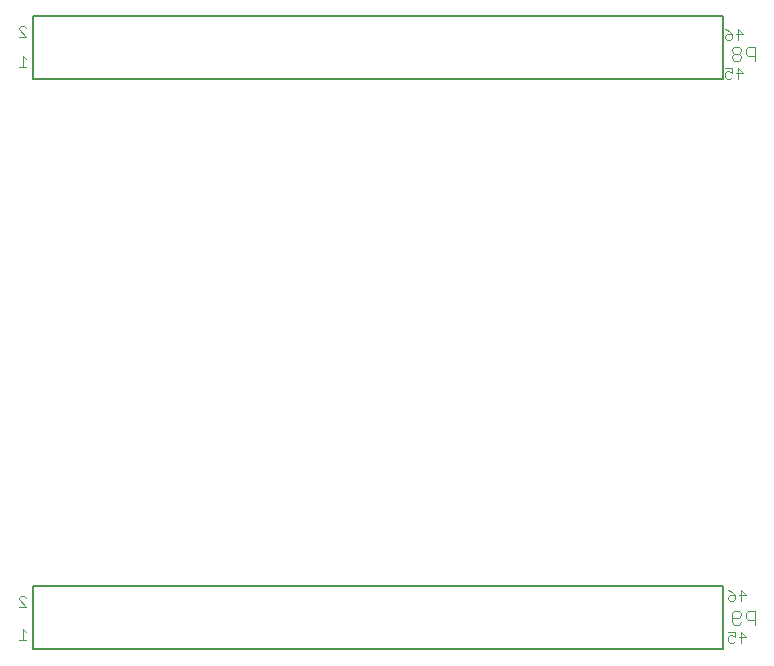
<source format=gbr>
G04 EAGLE Gerber RS-274X export*
G75*
%MOMM*%
%FSLAX34Y34*%
%LPD*%
%INSilkscreen Bottom*%
%IPPOS*%
%AMOC8*
5,1,8,0,0,1.08239X$1,22.5*%
G01*
%ADD10C,0.152400*%
%ADD11C,0.076200*%
%ADD12C,0.101600*%


D10*
X764210Y405430D02*
X764210Y352090D01*
X180010Y352090D01*
X180010Y405430D01*
X764210Y405430D01*
X764210Y834690D02*
X180010Y834690D01*
X764210Y834690D02*
X764210Y888030D01*
X180010Y888030D01*
X180010Y834690D01*
D11*
X776906Y868091D02*
X776906Y877497D01*
X781609Y872794D01*
X775338Y872794D01*
X769118Y875929D02*
X765983Y877497D01*
X769118Y875929D02*
X772254Y872794D01*
X772254Y869659D01*
X770686Y868091D01*
X767551Y868091D01*
X765983Y869659D01*
X765983Y871226D01*
X767551Y872794D01*
X772254Y872794D01*
X779446Y402517D02*
X779446Y393111D01*
X784149Y397814D02*
X779446Y402517D01*
X777878Y397814D02*
X784149Y397814D01*
X771658Y400949D02*
X768523Y402517D01*
X771658Y400949D02*
X774794Y397814D01*
X774794Y394679D01*
X773226Y393111D01*
X770091Y393111D01*
X768523Y394679D01*
X768523Y396246D01*
X770091Y397814D01*
X774794Y397814D01*
X779446Y366957D02*
X779446Y357551D01*
X784149Y362254D02*
X779446Y366957D01*
X777878Y362254D02*
X784149Y362254D01*
X774794Y366957D02*
X768523Y366957D01*
X774794Y366957D02*
X774794Y362254D01*
X771658Y363822D01*
X770091Y363822D01*
X768523Y362254D01*
X768523Y359119D01*
X770091Y357551D01*
X773226Y357551D01*
X774794Y359119D01*
X776906Y835071D02*
X776906Y844477D01*
X781609Y839774D01*
X775338Y839774D01*
X772254Y844477D02*
X765983Y844477D01*
X772254Y844477D02*
X772254Y839774D01*
X769118Y841342D01*
X767551Y841342D01*
X765983Y839774D01*
X765983Y836639D01*
X767551Y835071D01*
X770686Y835071D01*
X772254Y836639D01*
X174549Y870631D02*
X168278Y870631D01*
X174549Y870631D02*
X168278Y876902D01*
X168278Y878469D01*
X169846Y880037D01*
X172981Y880037D01*
X174549Y878469D01*
X174549Y388031D02*
X168278Y388031D01*
X174549Y388031D02*
X168278Y394302D01*
X168278Y395869D01*
X169846Y397437D01*
X172981Y397437D01*
X174549Y395869D01*
X171414Y369497D02*
X174549Y366362D01*
X171414Y369497D02*
X171414Y360091D01*
X174549Y360091D02*
X168278Y360091D01*
X174549Y851502D02*
X171414Y854637D01*
X171414Y845231D01*
X174549Y845231D02*
X168278Y845231D01*
D12*
X791642Y850438D02*
X791642Y862132D01*
X785795Y862132D01*
X783846Y860183D01*
X783846Y856285D01*
X785795Y854336D01*
X791642Y854336D01*
X779948Y860183D02*
X777999Y862132D01*
X774101Y862132D01*
X772152Y860183D01*
X772152Y858234D01*
X774101Y856285D01*
X772152Y854336D01*
X772152Y852387D01*
X774101Y850438D01*
X777999Y850438D01*
X779948Y852387D01*
X779948Y854336D01*
X777999Y856285D01*
X779948Y858234D01*
X779948Y860183D01*
X777999Y856285D02*
X774101Y856285D01*
X791642Y384612D02*
X791642Y372918D01*
X791642Y384612D02*
X785795Y384612D01*
X783846Y382663D01*
X783846Y378765D01*
X785795Y376816D01*
X791642Y376816D01*
X779948Y374867D02*
X777999Y372918D01*
X774101Y372918D01*
X772152Y374867D01*
X772152Y382663D01*
X774101Y384612D01*
X777999Y384612D01*
X779948Y382663D01*
X779948Y380714D01*
X777999Y378765D01*
X772152Y378765D01*
M02*

</source>
